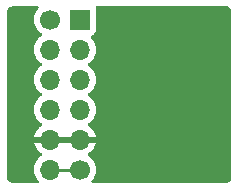
<source format=gbl>
%TF.GenerationSoftware,KiCad,Pcbnew,6.0.4-6f826c9f35~116~ubuntu20.04.1*%
%TF.CreationDate,2022-04-19T18:42:39+07:00*%
%TF.ProjectId,pmod-led-array-8,706d6f64-2d6c-4656-942d-61727261792d,1.0*%
%TF.SameCoordinates,Original*%
%TF.FileFunction,Copper,L2,Bot*%
%TF.FilePolarity,Positive*%
%FSLAX46Y46*%
G04 Gerber Fmt 4.6, Leading zero omitted, Abs format (unit mm)*
G04 Created by KiCad (PCBNEW 6.0.4-6f826c9f35~116~ubuntu20.04.1) date 2022-04-19 18:42:39*
%MOMM*%
%LPD*%
G01*
G04 APERTURE LIST*
%TA.AperFunction,ComponentPad*%
%ADD10R,1.700000X1.700000*%
%TD*%
%TA.AperFunction,ComponentPad*%
%ADD11O,1.700000X1.700000*%
%TD*%
%TA.AperFunction,ComponentPad*%
%ADD12C,1.700000*%
%TD*%
%TA.AperFunction,ViaPad*%
%ADD13C,0.685800*%
%TD*%
%TA.AperFunction,Conductor*%
%ADD14C,0.254000*%
%TD*%
G04 APERTURE END LIST*
D10*
%TO.P,J1,1,Pin_1*%
%TO.N,/p1*%
X167640000Y-75650000D03*
D11*
%TO.P,J1,2,Pin_2*%
%TO.N,/p3*%
X167640000Y-78190000D03*
%TO.P,J1,3,Pin_3*%
%TO.N,/p5*%
X167640000Y-80730000D03*
%TO.P,J1,4,Pin_4*%
%TO.N,/p7*%
X167640000Y-83270000D03*
%TO.P,J1,5,GND*%
%TO.N,GND*%
X167640000Y-85810000D03*
D12*
%TO.P,J1,6,3.3V*%
%TO.N,+3V3*%
X167640000Y-88350000D03*
%TO.P,J1,7,Pin_7*%
%TO.N,/p2*%
X165100000Y-75650000D03*
D11*
%TO.P,J1,8,Pin_8*%
%TO.N,/p4*%
X165100000Y-78190000D03*
%TO.P,J1,9,Pin_9*%
%TO.N,/p6*%
X165100000Y-80730000D03*
%TO.P,J1,10,Pin_10*%
%TO.N,/p8*%
X165100000Y-83270000D03*
%TO.P,J1,11,GND*%
%TO.N,GND*%
X165100000Y-85810000D03*
%TO.P,J1,12,3.3V*%
%TO.N,+3V3*%
X165100000Y-88350000D03*
%TD*%
D13*
%TO.N,GND*%
X179800000Y-77140000D03*
X179810000Y-82930000D03*
X179810000Y-79070000D03*
X179800000Y-75210000D03*
X179830000Y-84860000D03*
X179850000Y-86790000D03*
X179810000Y-81000000D03*
X179850000Y-88720000D03*
%TD*%
D14*
%TO.N,+3V3*%
X165100000Y-88350000D02*
X167640000Y-88350000D01*
%TD*%
%TA.AperFunction,Conductor*%
%TO.N,GND*%
G36*
X179932070Y-74504008D02*
G01*
X179946851Y-74506310D01*
X179946855Y-74506310D01*
X179955724Y-74507691D01*
X179964626Y-74506527D01*
X179964750Y-74506511D01*
X179995192Y-74506240D01*
X180008070Y-74507691D01*
X180057264Y-74513234D01*
X180084771Y-74519513D01*
X180161853Y-74546485D01*
X180187274Y-74558727D01*
X180256426Y-74602178D01*
X180278485Y-74619770D01*
X180336230Y-74677515D01*
X180353822Y-74699574D01*
X180397273Y-74768726D01*
X180409515Y-74794147D01*
X180436487Y-74871228D01*
X180442766Y-74898736D01*
X180449018Y-74954226D01*
X180448923Y-74969868D01*
X180449800Y-74969879D01*
X180449691Y-74978849D01*
X180448309Y-74987724D01*
X180451739Y-75013952D01*
X180452431Y-75019242D01*
X180453495Y-75035596D01*
X180453004Y-78472939D01*
X180451507Y-88950604D01*
X180450007Y-88969970D01*
X180447690Y-88984850D01*
X180447690Y-88984855D01*
X180446309Y-88993724D01*
X180447473Y-89002626D01*
X180447489Y-89002750D01*
X180447760Y-89033193D01*
X180440766Y-89095264D01*
X180434487Y-89122771D01*
X180407515Y-89199853D01*
X180395273Y-89225274D01*
X180351822Y-89294426D01*
X180334230Y-89316485D01*
X180276485Y-89374230D01*
X180254426Y-89391822D01*
X180185274Y-89435273D01*
X180159853Y-89447515D01*
X180082772Y-89474487D01*
X180055264Y-89480766D01*
X179999774Y-89487018D01*
X179984129Y-89486923D01*
X179984118Y-89487800D01*
X179975149Y-89487690D01*
X179966276Y-89486309D01*
X179957374Y-89487473D01*
X179934733Y-89490433D01*
X179918388Y-89491496D01*
X172770044Y-89490940D01*
X168724993Y-89490626D01*
X168656875Y-89470619D01*
X168610386Y-89416959D01*
X168600288Y-89346685D01*
X168629786Y-89282106D01*
X168636064Y-89275376D01*
X168674429Y-89237144D01*
X168674435Y-89237137D01*
X168678096Y-89233489D01*
X168737594Y-89150689D01*
X168805435Y-89056277D01*
X168808453Y-89052077D01*
X168817151Y-89034479D01*
X168905136Y-88856453D01*
X168905137Y-88856451D01*
X168907430Y-88851811D01*
X168972370Y-88638069D01*
X169001529Y-88416590D01*
X169003156Y-88350000D01*
X168984852Y-88127361D01*
X168930431Y-87910702D01*
X168841354Y-87705840D01*
X168720014Y-87518277D01*
X168569670Y-87353051D01*
X168565619Y-87349852D01*
X168565615Y-87349848D01*
X168398414Y-87217800D01*
X168398410Y-87217798D01*
X168394359Y-87214598D01*
X168352569Y-87191529D01*
X168302598Y-87141097D01*
X168287826Y-87071654D01*
X168312942Y-87005248D01*
X168340294Y-86978641D01*
X168515328Y-86853792D01*
X168523200Y-86847139D01*
X168674052Y-86696812D01*
X168680730Y-86688965D01*
X168805003Y-86516020D01*
X168810313Y-86507183D01*
X168904670Y-86316267D01*
X168908469Y-86306672D01*
X168970377Y-86102910D01*
X168972555Y-86092837D01*
X168973986Y-86081962D01*
X168971775Y-86067778D01*
X168958617Y-86064000D01*
X163783225Y-86064000D01*
X163769694Y-86067973D01*
X163768257Y-86077966D01*
X163798565Y-86212446D01*
X163801645Y-86222275D01*
X163881770Y-86419603D01*
X163886413Y-86428794D01*
X163997694Y-86610388D01*
X164003777Y-86618699D01*
X164143213Y-86779667D01*
X164150580Y-86786883D01*
X164314434Y-86922916D01*
X164322881Y-86928831D01*
X164391969Y-86969203D01*
X164440693Y-87020842D01*
X164453764Y-87090625D01*
X164427033Y-87156396D01*
X164386584Y-87189752D01*
X164373607Y-87196507D01*
X164369474Y-87199610D01*
X164369471Y-87199612D01*
X164345247Y-87217800D01*
X164194965Y-87330635D01*
X164040629Y-87492138D01*
X163914743Y-87676680D01*
X163820688Y-87879305D01*
X163760989Y-88094570D01*
X163737251Y-88316695D01*
X163737548Y-88321848D01*
X163737548Y-88321851D01*
X163743011Y-88416590D01*
X163750110Y-88539715D01*
X163751247Y-88544761D01*
X163751248Y-88544767D01*
X163771119Y-88632939D01*
X163799222Y-88757639D01*
X163883266Y-88964616D01*
X163911783Y-89011152D01*
X163971113Y-89107969D01*
X163999987Y-89155088D01*
X164003367Y-89158990D01*
X164109716Y-89281762D01*
X164139199Y-89346348D01*
X164129084Y-89416620D01*
X164082583Y-89470269D01*
X164014469Y-89490260D01*
X163085467Y-89490188D01*
X162004978Y-89490104D01*
X161985608Y-89488604D01*
X161961876Y-89484909D01*
X161952974Y-89486073D01*
X161952850Y-89486089D01*
X161922408Y-89486360D01*
X161901730Y-89484030D01*
X161860336Y-89479366D01*
X161832829Y-89473087D01*
X161755747Y-89446115D01*
X161730326Y-89433873D01*
X161661174Y-89390422D01*
X161639115Y-89372830D01*
X161581370Y-89315085D01*
X161563778Y-89293026D01*
X161520327Y-89223874D01*
X161508085Y-89198453D01*
X161481113Y-89121372D01*
X161474834Y-89093866D01*
X161474426Y-89090244D01*
X161468770Y-89040047D01*
X161468488Y-89015240D01*
X161469176Y-89011152D01*
X161469329Y-88998600D01*
X161465392Y-88971105D01*
X161464120Y-88953191D01*
X161470078Y-75049929D01*
X161471824Y-75029081D01*
X161474369Y-75013952D01*
X161474370Y-75013945D01*
X161475176Y-75009152D01*
X161475329Y-74996600D01*
X161474640Y-74991788D01*
X161474323Y-74986927D01*
X161474608Y-74986908D01*
X161474207Y-74960149D01*
X161480834Y-74901336D01*
X161487113Y-74873829D01*
X161514085Y-74796747D01*
X161526327Y-74771326D01*
X161569778Y-74702174D01*
X161587370Y-74680115D01*
X161645115Y-74622370D01*
X161667174Y-74604778D01*
X161736326Y-74561327D01*
X161761747Y-74549085D01*
X161838828Y-74522113D01*
X161866336Y-74515834D01*
X161921826Y-74509582D01*
X161937468Y-74509677D01*
X161937479Y-74508800D01*
X161946451Y-74508910D01*
X161955324Y-74510291D01*
X161964225Y-74509127D01*
X161964230Y-74509127D01*
X161986930Y-74506158D01*
X162003250Y-74505094D01*
X162617161Y-74505005D01*
X164020506Y-74504802D01*
X164088628Y-74524794D01*
X164135129Y-74578443D01*
X164145243Y-74648716D01*
X164111617Y-74717853D01*
X164040629Y-74792138D01*
X163914743Y-74976680D01*
X163820688Y-75179305D01*
X163760989Y-75394570D01*
X163737251Y-75616695D01*
X163750110Y-75839715D01*
X163751247Y-75844761D01*
X163751248Y-75844767D01*
X163775304Y-75951508D01*
X163799222Y-76057639D01*
X163883266Y-76264616D01*
X163999987Y-76455088D01*
X164146250Y-76623938D01*
X164318126Y-76766632D01*
X164388595Y-76807811D01*
X164391445Y-76809476D01*
X164440169Y-76861114D01*
X164453240Y-76930897D01*
X164426509Y-76996669D01*
X164386055Y-77030027D01*
X164373607Y-77036507D01*
X164369474Y-77039610D01*
X164369471Y-77039612D01*
X164245567Y-77132642D01*
X164194965Y-77170635D01*
X164040629Y-77332138D01*
X163914743Y-77516680D01*
X163820688Y-77719305D01*
X163760989Y-77934570D01*
X163737251Y-78156695D01*
X163737548Y-78161848D01*
X163737548Y-78161851D01*
X163743011Y-78256590D01*
X163750110Y-78379715D01*
X163751247Y-78384761D01*
X163751248Y-78384767D01*
X163771119Y-78472939D01*
X163799222Y-78597639D01*
X163883266Y-78804616D01*
X163934019Y-78887438D01*
X163997291Y-78990688D01*
X163999987Y-78995088D01*
X164146250Y-79163938D01*
X164318126Y-79306632D01*
X164388595Y-79347811D01*
X164391445Y-79349476D01*
X164440169Y-79401114D01*
X164453240Y-79470897D01*
X164426509Y-79536669D01*
X164386055Y-79570027D01*
X164373607Y-79576507D01*
X164369474Y-79579610D01*
X164369471Y-79579612D01*
X164345247Y-79597800D01*
X164194965Y-79710635D01*
X164040629Y-79872138D01*
X163914743Y-80056680D01*
X163820688Y-80259305D01*
X163760989Y-80474570D01*
X163737251Y-80696695D01*
X163737548Y-80701848D01*
X163737548Y-80701851D01*
X163743011Y-80796590D01*
X163750110Y-80919715D01*
X163751247Y-80924761D01*
X163751248Y-80924767D01*
X163771119Y-81012939D01*
X163799222Y-81137639D01*
X163883266Y-81344616D01*
X163934019Y-81427438D01*
X163997291Y-81530688D01*
X163999987Y-81535088D01*
X164146250Y-81703938D01*
X164318126Y-81846632D01*
X164388595Y-81887811D01*
X164391445Y-81889476D01*
X164440169Y-81941114D01*
X164453240Y-82010897D01*
X164426509Y-82076669D01*
X164386055Y-82110027D01*
X164373607Y-82116507D01*
X164369474Y-82119610D01*
X164369471Y-82119612D01*
X164345247Y-82137800D01*
X164194965Y-82250635D01*
X164040629Y-82412138D01*
X163914743Y-82596680D01*
X163820688Y-82799305D01*
X163760989Y-83014570D01*
X163737251Y-83236695D01*
X163737548Y-83241848D01*
X163737548Y-83241851D01*
X163743011Y-83336590D01*
X163750110Y-83459715D01*
X163751247Y-83464761D01*
X163751248Y-83464767D01*
X163771119Y-83552939D01*
X163799222Y-83677639D01*
X163883266Y-83884616D01*
X163934019Y-83967438D01*
X163997291Y-84070688D01*
X163999987Y-84075088D01*
X164146250Y-84243938D01*
X164318126Y-84386632D01*
X164391955Y-84429774D01*
X164440679Y-84481412D01*
X164453750Y-84551195D01*
X164427019Y-84616967D01*
X164386562Y-84650327D01*
X164378457Y-84654546D01*
X164369738Y-84660036D01*
X164199433Y-84787905D01*
X164191726Y-84794748D01*
X164044590Y-84948717D01*
X164038104Y-84956727D01*
X163918098Y-85132649D01*
X163913000Y-85141623D01*
X163823338Y-85334783D01*
X163819775Y-85344470D01*
X163764389Y-85544183D01*
X163765912Y-85552607D01*
X163778292Y-85556000D01*
X168958344Y-85556000D01*
X168971875Y-85552027D01*
X168973180Y-85542947D01*
X168931214Y-85375875D01*
X168927894Y-85366124D01*
X168842972Y-85170814D01*
X168838105Y-85161739D01*
X168722426Y-84982926D01*
X168716136Y-84974757D01*
X168572806Y-84817240D01*
X168565273Y-84810215D01*
X168398139Y-84678222D01*
X168389556Y-84672520D01*
X168352602Y-84652120D01*
X168302631Y-84601687D01*
X168287859Y-84532245D01*
X168312975Y-84465839D01*
X168340327Y-84439232D01*
X168363797Y-84422491D01*
X168519860Y-84311173D01*
X168678096Y-84153489D01*
X168737594Y-84070689D01*
X168805435Y-83976277D01*
X168808453Y-83972077D01*
X168829320Y-83929857D01*
X168905136Y-83776453D01*
X168905137Y-83776451D01*
X168907430Y-83771811D01*
X168972370Y-83558069D01*
X169001529Y-83336590D01*
X169003156Y-83270000D01*
X168984852Y-83047361D01*
X168930431Y-82830702D01*
X168841354Y-82625840D01*
X168720014Y-82438277D01*
X168569670Y-82273051D01*
X168565619Y-82269852D01*
X168565615Y-82269848D01*
X168398414Y-82137800D01*
X168398410Y-82137798D01*
X168394359Y-82134598D01*
X168353053Y-82111796D01*
X168303084Y-82061364D01*
X168288312Y-81991921D01*
X168313428Y-81925516D01*
X168340780Y-81898909D01*
X168384603Y-81867650D01*
X168519860Y-81771173D01*
X168678096Y-81613489D01*
X168737594Y-81530689D01*
X168805435Y-81436277D01*
X168808453Y-81432077D01*
X168829320Y-81389857D01*
X168905136Y-81236453D01*
X168905137Y-81236451D01*
X168907430Y-81231811D01*
X168972370Y-81018069D01*
X169001529Y-80796590D01*
X169003156Y-80730000D01*
X168984852Y-80507361D01*
X168930431Y-80290702D01*
X168841354Y-80085840D01*
X168720014Y-79898277D01*
X168569670Y-79733051D01*
X168565619Y-79729852D01*
X168565615Y-79729848D01*
X168398414Y-79597800D01*
X168398410Y-79597798D01*
X168394359Y-79594598D01*
X168353053Y-79571796D01*
X168303084Y-79521364D01*
X168288312Y-79451921D01*
X168313428Y-79385516D01*
X168340780Y-79358909D01*
X168384603Y-79327650D01*
X168519860Y-79231173D01*
X168678096Y-79073489D01*
X168737594Y-78990689D01*
X168805435Y-78896277D01*
X168808453Y-78892077D01*
X168829320Y-78849857D01*
X168905136Y-78696453D01*
X168905137Y-78696451D01*
X168907430Y-78691811D01*
X168972370Y-78478069D01*
X169001529Y-78256590D01*
X169003156Y-78190000D01*
X168984852Y-77967361D01*
X168930431Y-77750702D01*
X168841354Y-77545840D01*
X168720014Y-77358277D01*
X168716532Y-77354450D01*
X168572798Y-77196488D01*
X168541746Y-77132642D01*
X168550141Y-77062143D01*
X168595317Y-77007375D01*
X168621761Y-76993706D01*
X168728297Y-76953767D01*
X168736705Y-76950615D01*
X168853261Y-76863261D01*
X168940615Y-76746705D01*
X168991745Y-76610316D01*
X168998500Y-76548134D01*
X168998500Y-74751866D01*
X168991745Y-74689684D01*
X168985978Y-74674300D01*
X168980793Y-74603494D01*
X169014713Y-74541125D01*
X169076967Y-74506994D01*
X169103940Y-74504069D01*
X179912669Y-74502507D01*
X179932070Y-74504008D01*
G37*
%TD.AperFunction*%
%TD*%
M02*

</source>
